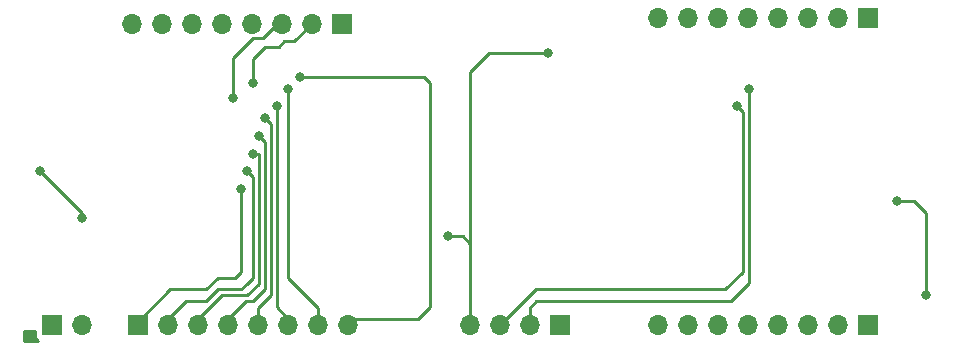
<source format=gbr>
%TF.GenerationSoftware,KiCad,Pcbnew,(5.1.9-0-10_14)*%
%TF.CreationDate,2021-08-25T01:40:26+02:00*%
%TF.ProjectId,i2c-32io,6932632d-3332-4696-9f2e-6b696361645f,rev?*%
%TF.SameCoordinates,Original*%
%TF.FileFunction,Copper,L2,Bot*%
%TF.FilePolarity,Positive*%
%FSLAX46Y46*%
G04 Gerber Fmt 4.6, Leading zero omitted, Abs format (unit mm)*
G04 Created by KiCad (PCBNEW (5.1.9-0-10_14)) date 2021-08-25 01:40:26*
%MOMM*%
%LPD*%
G01*
G04 APERTURE LIST*
%TA.AperFunction,ComponentPad*%
%ADD10O,1.700000X1.700000*%
%TD*%
%TA.AperFunction,ComponentPad*%
%ADD11R,1.700000X1.700000*%
%TD*%
%TA.AperFunction,ViaPad*%
%ADD12C,0.800000*%
%TD*%
%TA.AperFunction,Conductor*%
%ADD13C,0.250000*%
%TD*%
%TA.AperFunction,NonConductor*%
%ADD14C,0.254000*%
%TD*%
%TA.AperFunction,NonConductor*%
%ADD15C,0.100000*%
%TD*%
G04 APERTURE END LIST*
D10*
%TO.P,J6,2*%
%TO.N,GND*%
X27540000Y-110000000D03*
D11*
%TO.P,J6,1*%
%TO.N,VCC*%
X25000000Y-110000000D03*
%TD*%
D10*
%TO.P,J4,8*%
%TO.N,Net-(J4-Pad8)*%
X76300000Y-84000000D03*
%TO.P,J4,7*%
%TO.N,Net-(J4-Pad7)*%
X78840000Y-84000000D03*
%TO.P,J4,6*%
%TO.N,Net-(J4-Pad6)*%
X81380000Y-84000000D03*
%TO.P,J4,5*%
%TO.N,Net-(J4-Pad5)*%
X83920000Y-84000000D03*
%TO.P,J4,4*%
%TO.N,Net-(J4-Pad4)*%
X86460000Y-84000000D03*
%TO.P,J4,3*%
%TO.N,Net-(J4-Pad3)*%
X89000000Y-84000000D03*
%TO.P,J4,2*%
%TO.N,Net-(J4-Pad2)*%
X91540000Y-84000000D03*
D11*
%TO.P,J4,1*%
%TO.N,Net-(J4-Pad1)*%
X94080000Y-84000000D03*
%TD*%
D10*
%TO.P,J3,8*%
%TO.N,Net-(J3-Pad8)*%
X50080000Y-110000000D03*
%TO.P,J3,7*%
%TO.N,Net-(J3-Pad7)*%
X47540000Y-110000000D03*
%TO.P,J3,6*%
%TO.N,Net-(J3-Pad6)*%
X45000000Y-110000000D03*
%TO.P,J3,5*%
%TO.N,Net-(J3-Pad5)*%
X42460000Y-110000000D03*
%TO.P,J3,4*%
%TO.N,Net-(J3-Pad4)*%
X39920000Y-110000000D03*
%TO.P,J3,3*%
%TO.N,Net-(J3-Pad3)*%
X37380000Y-110000000D03*
%TO.P,J3,2*%
%TO.N,Net-(J3-Pad2)*%
X34840000Y-110000000D03*
D11*
%TO.P,J3,1*%
%TO.N,Net-(J3-Pad1)*%
X32300000Y-110000000D03*
%TD*%
D10*
%TO.P,J2,8*%
%TO.N,Net-(J2-Pad8)*%
X31720000Y-84500000D03*
%TO.P,J2,7*%
%TO.N,Net-(J2-Pad7)*%
X34260000Y-84500000D03*
%TO.P,J2,6*%
%TO.N,Net-(J2-Pad6)*%
X36800000Y-84500000D03*
%TO.P,J2,5*%
%TO.N,Net-(J2-Pad5)*%
X39340000Y-84500000D03*
%TO.P,J2,4*%
%TO.N,Net-(J2-Pad4)*%
X41880000Y-84500000D03*
%TO.P,J2,3*%
%TO.N,Net-(J2-Pad3)*%
X44420000Y-84500000D03*
%TO.P,J2,2*%
%TO.N,Net-(J2-Pad2)*%
X46960000Y-84500000D03*
D11*
%TO.P,J2,1*%
%TO.N,Net-(J2-Pad1)*%
X49500000Y-84500000D03*
%TD*%
D10*
%TO.P,J1,4*%
%TO.N,GND*%
X60380000Y-110000000D03*
%TO.P,J1,3*%
%TO.N,Net-(J1-Pad3)*%
X62920000Y-110000000D03*
%TO.P,J1,2*%
%TO.N,Net-(J1-Pad2)*%
X65460000Y-110000000D03*
D11*
%TO.P,J1,1*%
%TO.N,VCC*%
X68000000Y-110000000D03*
%TD*%
D10*
%TO.P,J5,8*%
%TO.N,Net-(J5-Pad8)*%
X76260000Y-110000000D03*
%TO.P,J5,7*%
%TO.N,Net-(J5-Pad7)*%
X78800000Y-110000000D03*
%TO.P,J5,6*%
%TO.N,Net-(J5-Pad6)*%
X81340000Y-110000000D03*
%TO.P,J5,5*%
%TO.N,Net-(J5-Pad5)*%
X83880000Y-110000000D03*
%TO.P,J5,4*%
%TO.N,Net-(J5-Pad4)*%
X86420000Y-110000000D03*
%TO.P,J5,3*%
%TO.N,Net-(J5-Pad3)*%
X88960000Y-110000000D03*
%TO.P,J5,2*%
%TO.N,Net-(J5-Pad2)*%
X91500000Y-110000000D03*
D11*
%TO.P,J5,1*%
%TO.N,Net-(J5-Pad1)*%
X94040000Y-110000000D03*
%TD*%
D12*
%TO.N,GND*%
X67000000Y-87000000D03*
X24000000Y-97000000D03*
X27540000Y-100960000D03*
X58500000Y-102500000D03*
%TO.N,Net-(J1-Pad3)*%
X83000000Y-91500000D03*
%TO.N,Net-(J1-Pad2)*%
X84015000Y-90015000D03*
%TO.N,VCC*%
X99000000Y-107500000D03*
X96500000Y-99500000D03*
%TO.N,Net-(J2-Pad3)*%
X40285000Y-90785000D03*
%TO.N,Net-(J2-Pad2)*%
X41985000Y-89515000D03*
%TO.N,Net-(J3-Pad8)*%
X46000000Y-89000000D03*
%TO.N,Net-(J3-Pad7)*%
X45000000Y-90000000D03*
%TO.N,Net-(J3-Pad6)*%
X44000000Y-91500000D03*
%TO.N,Net-(J3-Pad5)*%
X43000000Y-92500000D03*
%TO.N,Net-(J3-Pad4)*%
X42500000Y-94000000D03*
%TO.N,Net-(J3-Pad3)*%
X42000000Y-95500000D03*
%TO.N,Net-(J3-Pad2)*%
X41500000Y-97000000D03*
%TO.N,Net-(J3-Pad1)*%
X41000000Y-98500000D03*
%TD*%
D13*
%TO.N,GND*%
X67000000Y-87000000D02*
X62000000Y-87000000D01*
X62000000Y-87000000D02*
X60380000Y-88620000D01*
X27540000Y-100540000D02*
X27540000Y-100960000D01*
X24000000Y-97000000D02*
X27540000Y-100540000D01*
X58500000Y-102500000D02*
X59760000Y-102500000D01*
X60380000Y-103120000D02*
X60380000Y-110000000D01*
X59760000Y-102500000D02*
X60380000Y-103120000D01*
X60380000Y-88620000D02*
X60380000Y-103120000D01*
%TO.N,Net-(J1-Pad3)*%
X62920000Y-110000000D02*
X65920000Y-107000000D01*
X65920000Y-107000000D02*
X82000000Y-107000000D01*
X82000000Y-107000000D02*
X83500000Y-105500000D01*
X83500000Y-105500000D02*
X83500000Y-92000000D01*
X83500000Y-92000000D02*
X83000000Y-91500000D01*
X83000000Y-91500000D02*
X83000000Y-91500000D01*
%TO.N,Net-(J1-Pad2)*%
X84015000Y-90015000D02*
X84015000Y-106485000D01*
X84015000Y-106485000D02*
X82500000Y-108000000D01*
X82500000Y-108000000D02*
X66000000Y-108000000D01*
X65460000Y-108540000D02*
X65460000Y-110000000D01*
X66000000Y-108000000D02*
X65460000Y-108540000D01*
%TO.N,VCC*%
X99000000Y-107500000D02*
X99000000Y-100500000D01*
X99000000Y-100500000D02*
X98000000Y-99500000D01*
X98000000Y-99500000D02*
X96500000Y-99500000D01*
X96500000Y-99500000D02*
X96500000Y-99500000D01*
%TO.N,Net-(J2-Pad3)*%
X40285000Y-90785000D02*
X40285000Y-87390001D01*
X42000000Y-85675001D02*
X42824999Y-85675001D01*
X40285000Y-87390001D02*
X42000000Y-85675001D01*
X44000000Y-84500000D02*
X44420000Y-84500000D01*
X42824999Y-85675001D02*
X44000000Y-84500000D01*
%TO.N,Net-(J2-Pad2)*%
X41985000Y-89515000D02*
X41985000Y-87515000D01*
X41985000Y-87515000D02*
X43000000Y-86500000D01*
X44159002Y-86500000D02*
X44659002Y-86000000D01*
X43000000Y-86500000D02*
X44159002Y-86500000D01*
X45460000Y-86000000D02*
X46960000Y-84500000D01*
X44659002Y-86000000D02*
X45460000Y-86000000D01*
%TO.N,Net-(J3-Pad8)*%
X50080000Y-109500000D02*
X56000000Y-109500000D01*
X56000000Y-109500000D02*
X57000000Y-108500000D01*
X57000000Y-108500000D02*
X57000000Y-89500000D01*
X57000000Y-89500000D02*
X56500000Y-89000000D01*
X56500000Y-89000000D02*
X46000000Y-89000000D01*
X46000000Y-89000000D02*
X46000000Y-89000000D01*
%TO.N,Net-(J3-Pad7)*%
X45000000Y-90000000D02*
X45000000Y-106000000D01*
X47540000Y-108540000D02*
X47540000Y-109500000D01*
X45000000Y-106000000D02*
X47540000Y-108540000D01*
%TO.N,Net-(J3-Pad6)*%
X45000000Y-109500000D02*
X44000000Y-108500000D01*
X44000000Y-108500000D02*
X44000000Y-91500000D01*
X44000000Y-91500000D02*
X44000000Y-91500000D01*
%TO.N,Net-(J3-Pad5)*%
X42460000Y-109500000D02*
X42460000Y-108540000D01*
X42460000Y-108540000D02*
X43500000Y-107500000D01*
X43500000Y-107500000D02*
X43500000Y-93000000D01*
X43500000Y-93000000D02*
X43000000Y-92500000D01*
X43000000Y-92500000D02*
X43000000Y-92500000D01*
%TO.N,Net-(J3-Pad4)*%
X39920000Y-109500000D02*
X41420000Y-108000000D01*
X41420000Y-108000000D02*
X42000000Y-108000000D01*
X42000000Y-108000000D02*
X43000000Y-107000000D01*
X43000000Y-107000000D02*
X43000000Y-94500000D01*
X43000000Y-94500000D02*
X42500000Y-94000000D01*
X42500000Y-94000000D02*
X42500000Y-94000000D01*
%TO.N,Net-(J3-Pad3)*%
X37380000Y-109500000D02*
X39380000Y-107500000D01*
X39380000Y-107500000D02*
X41500000Y-107500000D01*
X41500000Y-107500000D02*
X42500000Y-106500000D01*
X42500000Y-106500000D02*
X42500000Y-96000000D01*
X42500000Y-96000000D02*
X42500000Y-95500000D01*
X42500000Y-95500000D02*
X42000000Y-95500000D01*
X42000000Y-95500000D02*
X42000000Y-95500000D01*
%TO.N,Net-(J3-Pad2)*%
X34840000Y-109500000D02*
X36340000Y-108000000D01*
X36340000Y-108000000D02*
X38000000Y-108000000D01*
X39000000Y-107000000D02*
X41000000Y-107000000D01*
X38000000Y-108000000D02*
X39000000Y-107000000D01*
X41000000Y-107000000D02*
X41500000Y-106500000D01*
X41500000Y-106500000D02*
X42000000Y-106000000D01*
X42000000Y-106000000D02*
X42000000Y-97500000D01*
X42000000Y-97500000D02*
X41500000Y-97000000D01*
X41500000Y-97000000D02*
X41500000Y-97000000D01*
%TO.N,Net-(J3-Pad1)*%
X32300000Y-109500000D02*
X32500000Y-109500000D01*
X32500000Y-109500000D02*
X35000000Y-107000000D01*
X35000000Y-107000000D02*
X38000000Y-107000000D01*
X38000000Y-107000000D02*
X39000000Y-106000000D01*
X39000000Y-106000000D02*
X40500000Y-106000000D01*
X40500000Y-106000000D02*
X41000000Y-105500000D01*
X41000000Y-105500000D02*
X41000000Y-98500000D01*
X41000000Y-98500000D02*
X41000000Y-98500000D01*
%TD*%
D14*
X23511928Y-110850000D02*
X23524188Y-110974482D01*
X23560498Y-111094180D01*
X23619463Y-111204494D01*
X23698815Y-111301185D01*
X23786322Y-111373000D01*
X22627000Y-111373000D01*
X22627000Y-110500000D01*
X23511928Y-110500000D01*
X23511928Y-110850000D01*
%TA.AperFunction,NonConductor*%
D15*
G36*
X23511928Y-110850000D02*
G01*
X23524188Y-110974482D01*
X23560498Y-111094180D01*
X23619463Y-111204494D01*
X23698815Y-111301185D01*
X23786322Y-111373000D01*
X22627000Y-111373000D01*
X22627000Y-110500000D01*
X23511928Y-110500000D01*
X23511928Y-110850000D01*
G37*
%TD.AperFunction*%
M02*

</source>
